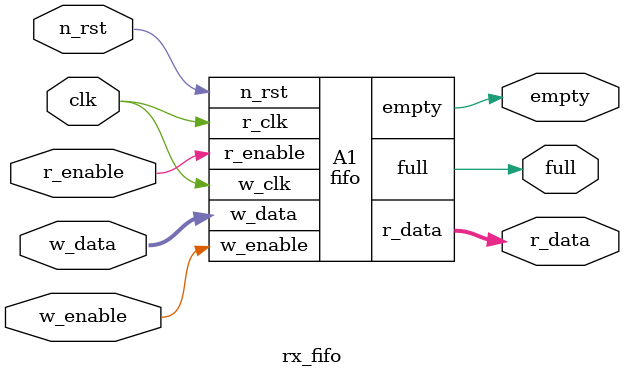
<source format=v>


module fiforam ( wclk, wenable, waddr, raddr, wdata, rdata );
  input [2:0] waddr;
  input [2:0] raddr;
  input [7:0] wdata;
  output [7:0] rdata;
  input wclk, wenable;
  wire   N10, N11, N12, N13, N14, N15, \fiforeg[0][7] , \fiforeg[0][6] ,
         \fiforeg[0][5] , \fiforeg[0][4] , \fiforeg[0][3] , \fiforeg[0][2] ,
         \fiforeg[0][1] , \fiforeg[0][0] , \fiforeg[1][7] , \fiforeg[1][6] ,
         \fiforeg[1][5] , \fiforeg[1][4] , \fiforeg[1][3] , \fiforeg[1][2] ,
         \fiforeg[1][1] , \fiforeg[1][0] , \fiforeg[2][7] , \fiforeg[2][6] ,
         \fiforeg[2][5] , \fiforeg[2][4] , \fiforeg[2][3] , \fiforeg[2][2] ,
         \fiforeg[2][1] , \fiforeg[2][0] , \fiforeg[3][7] , \fiforeg[3][6] ,
         \fiforeg[3][5] , \fiforeg[3][4] , \fiforeg[3][3] , \fiforeg[3][2] ,
         \fiforeg[3][1] , \fiforeg[3][0] , \fiforeg[4][7] , \fiforeg[4][6] ,
         \fiforeg[4][5] , \fiforeg[4][4] , \fiforeg[4][3] , \fiforeg[4][2] ,
         \fiforeg[4][1] , \fiforeg[4][0] , \fiforeg[5][7] , \fiforeg[5][6] ,
         \fiforeg[5][5] , \fiforeg[5][4] , \fiforeg[5][3] , \fiforeg[5][2] ,
         \fiforeg[5][1] , \fiforeg[5][0] , \fiforeg[6][7] , \fiforeg[6][6] ,
         \fiforeg[6][5] , \fiforeg[6][4] , \fiforeg[6][3] , \fiforeg[6][2] ,
         \fiforeg[6][1] , \fiforeg[6][0] , \fiforeg[7][7] , \fiforeg[7][6] ,
         \fiforeg[7][5] , \fiforeg[7][4] , \fiforeg[7][3] , \fiforeg[7][2] ,
         \fiforeg[7][1] , \fiforeg[7][0] , N17, N18, N19, N20, N21, N22, N23,
         N24, n89, n90, n91, n92, n93, n94, n95, n96, n97, n98, n99, n100,
         n101, n102, n103, n104, n105, n106, n107, n108, n109, n110, n111,
         n112, n113, n114, n115, n116, n117, n118, n119, n120, n121, n122,
         n123, n124, n125, n126, n127, n128, n129, n130, n131, n132, n133,
         n134, n135, n136, n137, n138, n139, n140, n141, n142, n143, n144,
         n145, n146, n147, n148, n149, n150, n151, n152, n1, n2, n3, n4, n5,
         n6, n7, n8, n9, n10, n11, n12, n13, n14, n15, n16, n17, n18, n19, n20,
         n21, n22, n23, n24, n25, n26, n27, n28, n29, n30, n31, n32, n33, n34,
         n35, n36, n37, n38, n39, n40, n41, n42, n43, n44, n45, n46, n47, n48,
         n49, n50, n51, n52, n53, n54, n55, n56, n57, n58, n59, n60, n61, n62,
         n63, n64, n65, n66, n67, n68, n69, n70, n71, n72, n73, n74, n75, n76,
         n77, n78, n79, n80, n81, n82, n83, n84, n85, n86, n87, n88, n153,
         n154, n155, n156, n157, n158, n159, n160, n161, n162, n163, n164,
         n165, n166, n167, n168, n169, n170, n171, n172, n173, n174, n175,
         n176, n177, n178, n179, n180, n181, n182, n183, n184, n185, n186,
         n187, n188, n189, n190, n191, n192, n193, n194, n195, n196, n197,
         n198, n199, n200, n201, n202, n203, n204, n205, n206, n207, n208,
         n209, n210, n211, n212, n213, n214, n215, n216, n217, n218, n219,
         n220, n221, n222, n223, n224, n225, n226, n227, n228, n229, n230,
         n231, n232, n233, n234, n235, n236, n237, n238, n239, n240, n241,
         n242, n243, n244, n245, n246, n247, n248, n249, n250, n251, n252,
         n253, n254, n255, n256, n257, n258, n259, n260, n261, n262;
  assign N10 = raddr[0];
  assign N11 = raddr[1];
  assign N12 = raddr[2];
  assign N13 = waddr[0];
  assign N14 = waddr[1];
  assign N15 = waddr[2];

  DFFPOSX1 \fiforeg_reg[0][7]  ( .D(n152), .CLK(wclk), .Q(\fiforeg[0][7] ) );
  DFFPOSX1 \fiforeg_reg[0][6]  ( .D(n151), .CLK(wclk), .Q(\fiforeg[0][6] ) );
  DFFPOSX1 \fiforeg_reg[0][5]  ( .D(n150), .CLK(wclk), .Q(\fiforeg[0][5] ) );
  DFFPOSX1 \fiforeg_reg[0][4]  ( .D(n149), .CLK(wclk), .Q(\fiforeg[0][4] ) );
  DFFPOSX1 \fiforeg_reg[0][3]  ( .D(n148), .CLK(wclk), .Q(\fiforeg[0][3] ) );
  DFFPOSX1 \fiforeg_reg[0][2]  ( .D(n147), .CLK(wclk), .Q(\fiforeg[0][2] ) );
  DFFPOSX1 \fiforeg_reg[0][1]  ( .D(n146), .CLK(wclk), .Q(\fiforeg[0][1] ) );
  DFFPOSX1 \fiforeg_reg[0][0]  ( .D(n145), .CLK(wclk), .Q(\fiforeg[0][0] ) );
  DFFPOSX1 \fiforeg_reg[1][7]  ( .D(n144), .CLK(wclk), .Q(\fiforeg[1][7] ) );
  DFFPOSX1 \fiforeg_reg[1][6]  ( .D(n143), .CLK(wclk), .Q(\fiforeg[1][6] ) );
  DFFPOSX1 \fiforeg_reg[1][5]  ( .D(n142), .CLK(wclk), .Q(\fiforeg[1][5] ) );
  DFFPOSX1 \fiforeg_reg[1][4]  ( .D(n141), .CLK(wclk), .Q(\fiforeg[1][4] ) );
  DFFPOSX1 \fiforeg_reg[1][3]  ( .D(n140), .CLK(wclk), .Q(\fiforeg[1][3] ) );
  DFFPOSX1 \fiforeg_reg[1][2]  ( .D(n139), .CLK(wclk), .Q(\fiforeg[1][2] ) );
  DFFPOSX1 \fiforeg_reg[1][1]  ( .D(n138), .CLK(wclk), .Q(\fiforeg[1][1] ) );
  DFFPOSX1 \fiforeg_reg[1][0]  ( .D(n137), .CLK(wclk), .Q(\fiforeg[1][0] ) );
  DFFPOSX1 \fiforeg_reg[2][7]  ( .D(n136), .CLK(wclk), .Q(\fiforeg[2][7] ) );
  DFFPOSX1 \fiforeg_reg[2][6]  ( .D(n135), .CLK(wclk), .Q(\fiforeg[2][6] ) );
  DFFPOSX1 \fiforeg_reg[2][5]  ( .D(n134), .CLK(wclk), .Q(\fiforeg[2][5] ) );
  DFFPOSX1 \fiforeg_reg[2][4]  ( .D(n133), .CLK(wclk), .Q(\fiforeg[2][4] ) );
  DFFPOSX1 \fiforeg_reg[2][3]  ( .D(n132), .CLK(wclk), .Q(\fiforeg[2][3] ) );
  DFFPOSX1 \fiforeg_reg[2][2]  ( .D(n131), .CLK(wclk), .Q(\fiforeg[2][2] ) );
  DFFPOSX1 \fiforeg_reg[2][1]  ( .D(n130), .CLK(wclk), .Q(\fiforeg[2][1] ) );
  DFFPOSX1 \fiforeg_reg[2][0]  ( .D(n129), .CLK(wclk), .Q(\fiforeg[2][0] ) );
  DFFPOSX1 \fiforeg_reg[3][7]  ( .D(n128), .CLK(wclk), .Q(\fiforeg[3][7] ) );
  DFFPOSX1 \fiforeg_reg[3][6]  ( .D(n127), .CLK(wclk), .Q(\fiforeg[3][6] ) );
  DFFPOSX1 \fiforeg_reg[3][5]  ( .D(n126), .CLK(wclk), .Q(\fiforeg[3][5] ) );
  DFFPOSX1 \fiforeg_reg[3][4]  ( .D(n125), .CLK(wclk), .Q(\fiforeg[3][4] ) );
  DFFPOSX1 \fiforeg_reg[3][3]  ( .D(n124), .CLK(wclk), .Q(\fiforeg[3][3] ) );
  DFFPOSX1 \fiforeg_reg[3][2]  ( .D(n123), .CLK(wclk), .Q(\fiforeg[3][2] ) );
  DFFPOSX1 \fiforeg_reg[3][1]  ( .D(n122), .CLK(wclk), .Q(\fiforeg[3][1] ) );
  DFFPOSX1 \fiforeg_reg[3][0]  ( .D(n121), .CLK(wclk), .Q(\fiforeg[3][0] ) );
  DFFPOSX1 \fiforeg_reg[4][7]  ( .D(n120), .CLK(wclk), .Q(\fiforeg[4][7] ) );
  DFFPOSX1 \fiforeg_reg[4][6]  ( .D(n119), .CLK(wclk), .Q(\fiforeg[4][6] ) );
  DFFPOSX1 \fiforeg_reg[4][5]  ( .D(n118), .CLK(wclk), .Q(\fiforeg[4][5] ) );
  DFFPOSX1 \fiforeg_reg[4][4]  ( .D(n117), .CLK(wclk), .Q(\fiforeg[4][4] ) );
  DFFPOSX1 \fiforeg_reg[4][3]  ( .D(n116), .CLK(wclk), .Q(\fiforeg[4][3] ) );
  DFFPOSX1 \fiforeg_reg[4][2]  ( .D(n115), .CLK(wclk), .Q(\fiforeg[4][2] ) );
  DFFPOSX1 \fiforeg_reg[4][1]  ( .D(n114), .CLK(wclk), .Q(\fiforeg[4][1] ) );
  DFFPOSX1 \fiforeg_reg[4][0]  ( .D(n113), .CLK(wclk), .Q(\fiforeg[4][0] ) );
  DFFPOSX1 \fiforeg_reg[5][7]  ( .D(n112), .CLK(wclk), .Q(\fiforeg[5][7] ) );
  DFFPOSX1 \fiforeg_reg[5][6]  ( .D(n111), .CLK(wclk), .Q(\fiforeg[5][6] ) );
  DFFPOSX1 \fiforeg_reg[5][5]  ( .D(n110), .CLK(wclk), .Q(\fiforeg[5][5] ) );
  DFFPOSX1 \fiforeg_reg[5][4]  ( .D(n109), .CLK(wclk), .Q(\fiforeg[5][4] ) );
  DFFPOSX1 \fiforeg_reg[5][3]  ( .D(n108), .CLK(wclk), .Q(\fiforeg[5][3] ) );
  DFFPOSX1 \fiforeg_reg[5][2]  ( .D(n107), .CLK(wclk), .Q(\fiforeg[5][2] ) );
  DFFPOSX1 \fiforeg_reg[5][1]  ( .D(n106), .CLK(wclk), .Q(\fiforeg[5][1] ) );
  DFFPOSX1 \fiforeg_reg[5][0]  ( .D(n105), .CLK(wclk), .Q(\fiforeg[5][0] ) );
  DFFPOSX1 \fiforeg_reg[6][7]  ( .D(n104), .CLK(wclk), .Q(\fiforeg[6][7] ) );
  DFFPOSX1 \fiforeg_reg[6][6]  ( .D(n103), .CLK(wclk), .Q(\fiforeg[6][6] ) );
  DFFPOSX1 \fiforeg_reg[6][5]  ( .D(n102), .CLK(wclk), .Q(\fiforeg[6][5] ) );
  DFFPOSX1 \fiforeg_reg[6][4]  ( .D(n101), .CLK(wclk), .Q(\fiforeg[6][4] ) );
  DFFPOSX1 \fiforeg_reg[6][3]  ( .D(n100), .CLK(wclk), .Q(\fiforeg[6][3] ) );
  DFFPOSX1 \fiforeg_reg[6][2]  ( .D(n99), .CLK(wclk), .Q(\fiforeg[6][2] ) );
  DFFPOSX1 \fiforeg_reg[6][1]  ( .D(n98), .CLK(wclk), .Q(\fiforeg[6][1] ) );
  DFFPOSX1 \fiforeg_reg[6][0]  ( .D(n97), .CLK(wclk), .Q(\fiforeg[6][0] ) );
  DFFPOSX1 \fiforeg_reg[7][7]  ( .D(n96), .CLK(wclk), .Q(\fiforeg[7][7] ) );
  DFFPOSX1 \fiforeg_reg[7][6]  ( .D(n95), .CLK(wclk), .Q(\fiforeg[7][6] ) );
  DFFPOSX1 \fiforeg_reg[7][5]  ( .D(n94), .CLK(wclk), .Q(\fiforeg[7][5] ) );
  DFFPOSX1 \fiforeg_reg[7][4]  ( .D(n93), .CLK(wclk), .Q(\fiforeg[7][4] ) );
  DFFPOSX1 \fiforeg_reg[7][3]  ( .D(n92), .CLK(wclk), .Q(\fiforeg[7][3] ) );
  DFFPOSX1 \fiforeg_reg[7][2]  ( .D(n91), .CLK(wclk), .Q(\fiforeg[7][2] ) );
  DFFPOSX1 \fiforeg_reg[7][1]  ( .D(n90), .CLK(wclk), .Q(\fiforeg[7][1] ) );
  DFFPOSX1 \fiforeg_reg[7][0]  ( .D(n89), .CLK(wclk), .Q(\fiforeg[7][0] ) );
  BUFX2 U2 ( .A(n56), .Y(n1) );
  BUFX2 U3 ( .A(n175), .Y(n2) );
  BUFX2 U4 ( .A(n53), .Y(n3) );
  BUFX2 U5 ( .A(n172), .Y(n4) );
  BUFX2 U6 ( .A(n54), .Y(n5) );
  BUFX2 U7 ( .A(n173), .Y(n6) );
  BUFX2 U8 ( .A(n55), .Y(n7) );
  BUFX2 U9 ( .A(n174), .Y(n8) );
  NOR2X1 U10 ( .A(n63), .B(N11), .Y(n54) );
  NOR2X1 U11 ( .A(n63), .B(n62), .Y(n53) );
  AOI22X1 U12 ( .A(\fiforeg[4][0] ), .B(n5), .C(\fiforeg[6][0] ), .D(n3), .Y(
        n10) );
  NOR2X1 U13 ( .A(N11), .B(N12), .Y(n56) );
  NOR2X1 U14 ( .A(n62), .B(N12), .Y(n55) );
  AOI22X1 U15 ( .A(\fiforeg[0][0] ), .B(n1), .C(\fiforeg[2][0] ), .D(n7), .Y(
        n9) );
  AOI21X1 U16 ( .A(n10), .B(n9), .C(N10), .Y(n14) );
  AOI22X1 U17 ( .A(\fiforeg[5][0] ), .B(n5), .C(\fiforeg[7][0] ), .D(n3), .Y(
        n12) );
  AOI22X1 U18 ( .A(\fiforeg[1][0] ), .B(n1), .C(\fiforeg[3][0] ), .D(n7), .Y(
        n11) );
  AOI21X1 U19 ( .A(n12), .B(n11), .C(n61), .Y(n13) );
  OR2X1 U20 ( .A(n14), .B(n13), .Y(rdata[0]) );
  AOI22X1 U21 ( .A(\fiforeg[4][1] ), .B(n5), .C(\fiforeg[6][1] ), .D(n3), .Y(
        n16) );
  AOI22X1 U22 ( .A(\fiforeg[0][1] ), .B(n1), .C(\fiforeg[2][1] ), .D(n7), .Y(
        n15) );
  AOI21X1 U23 ( .A(n16), .B(n15), .C(N10), .Y(n20) );
  AOI22X1 U24 ( .A(\fiforeg[5][1] ), .B(n5), .C(\fiforeg[7][1] ), .D(n3), .Y(
        n18) );
  AOI22X1 U25 ( .A(\fiforeg[1][1] ), .B(n1), .C(\fiforeg[3][1] ), .D(n7), .Y(
        n17) );
  AOI21X1 U26 ( .A(n18), .B(n17), .C(n61), .Y(n19) );
  OR2X1 U27 ( .A(n20), .B(n19), .Y(rdata[1]) );
  AOI22X1 U28 ( .A(\fiforeg[4][2] ), .B(n5), .C(\fiforeg[6][2] ), .D(n3), .Y(
        n22) );
  AOI22X1 U29 ( .A(\fiforeg[0][2] ), .B(n1), .C(\fiforeg[2][2] ), .D(n7), .Y(
        n21) );
  AOI21X1 U30 ( .A(n22), .B(n21), .C(N10), .Y(n26) );
  AOI22X1 U31 ( .A(\fiforeg[5][2] ), .B(n5), .C(\fiforeg[7][2] ), .D(n3), .Y(
        n24) );
  AOI22X1 U32 ( .A(\fiforeg[1][2] ), .B(n1), .C(\fiforeg[3][2] ), .D(n7), .Y(
        n23) );
  AOI21X1 U33 ( .A(n24), .B(n23), .C(n61), .Y(n25) );
  OR2X1 U34 ( .A(n26), .B(n25), .Y(rdata[2]) );
  AOI22X1 U35 ( .A(\fiforeg[4][3] ), .B(n5), .C(\fiforeg[6][3] ), .D(n3), .Y(
        n28) );
  AOI22X1 U36 ( .A(\fiforeg[0][3] ), .B(n1), .C(\fiforeg[2][3] ), .D(n7), .Y(
        n27) );
  AOI21X1 U37 ( .A(n28), .B(n27), .C(N10), .Y(n32) );
  AOI22X1 U38 ( .A(\fiforeg[5][3] ), .B(n5), .C(\fiforeg[7][3] ), .D(n3), .Y(
        n30) );
  AOI22X1 U39 ( .A(\fiforeg[1][3] ), .B(n1), .C(\fiforeg[3][3] ), .D(n7), .Y(
        n29) );
  AOI21X1 U40 ( .A(n30), .B(n29), .C(n61), .Y(n31) );
  OR2X1 U41 ( .A(n32), .B(n31), .Y(rdata[3]) );
  AOI22X1 U42 ( .A(\fiforeg[4][4] ), .B(n5), .C(\fiforeg[6][4] ), .D(n3), .Y(
        n34) );
  AOI22X1 U43 ( .A(\fiforeg[0][4] ), .B(n1), .C(\fiforeg[2][4] ), .D(n7), .Y(
        n33) );
  AOI21X1 U44 ( .A(n34), .B(n33), .C(N10), .Y(n38) );
  AOI22X1 U45 ( .A(\fiforeg[5][4] ), .B(n5), .C(\fiforeg[7][4] ), .D(n3), .Y(
        n36) );
  AOI22X1 U46 ( .A(\fiforeg[1][4] ), .B(n1), .C(\fiforeg[3][4] ), .D(n7), .Y(
        n35) );
  AOI21X1 U47 ( .A(n36), .B(n35), .C(n61), .Y(n37) );
  OR2X1 U48 ( .A(n38), .B(n37), .Y(rdata[4]) );
  AOI22X1 U49 ( .A(\fiforeg[4][5] ), .B(n5), .C(\fiforeg[6][5] ), .D(n3), .Y(
        n40) );
  AOI22X1 U50 ( .A(\fiforeg[0][5] ), .B(n1), .C(\fiforeg[2][5] ), .D(n7), .Y(
        n39) );
  AOI21X1 U51 ( .A(n40), .B(n39), .C(N10), .Y(n44) );
  AOI22X1 U52 ( .A(\fiforeg[5][5] ), .B(n5), .C(\fiforeg[7][5] ), .D(n3), .Y(
        n42) );
  AOI22X1 U53 ( .A(\fiforeg[1][5] ), .B(n1), .C(\fiforeg[3][5] ), .D(n7), .Y(
        n41) );
  AOI21X1 U54 ( .A(n42), .B(n41), .C(n61), .Y(n43) );
  OR2X1 U55 ( .A(n44), .B(n43), .Y(rdata[5]) );
  AOI22X1 U56 ( .A(\fiforeg[4][6] ), .B(n5), .C(\fiforeg[6][6] ), .D(n3), .Y(
        n46) );
  AOI22X1 U57 ( .A(\fiforeg[0][6] ), .B(n1), .C(\fiforeg[2][6] ), .D(n7), .Y(
        n45) );
  AOI21X1 U58 ( .A(n46), .B(n45), .C(N10), .Y(n50) );
  AOI22X1 U59 ( .A(\fiforeg[5][6] ), .B(n5), .C(\fiforeg[7][6] ), .D(n3), .Y(
        n48) );
  AOI22X1 U60 ( .A(\fiforeg[1][6] ), .B(n1), .C(\fiforeg[3][6] ), .D(n7), .Y(
        n47) );
  AOI21X1 U61 ( .A(n48), .B(n47), .C(n61), .Y(n49) );
  OR2X1 U62 ( .A(n50), .B(n49), .Y(rdata[6]) );
  AOI22X1 U63 ( .A(\fiforeg[4][7] ), .B(n5), .C(\fiforeg[6][7] ), .D(n3), .Y(
        n52) );
  AOI22X1 U64 ( .A(\fiforeg[0][7] ), .B(n1), .C(\fiforeg[2][7] ), .D(n7), .Y(
        n51) );
  AOI21X1 U65 ( .A(n52), .B(n51), .C(N10), .Y(n60) );
  AOI22X1 U66 ( .A(\fiforeg[5][7] ), .B(n5), .C(\fiforeg[7][7] ), .D(n3), .Y(
        n58) );
  AOI22X1 U67 ( .A(\fiforeg[1][7] ), .B(n1), .C(\fiforeg[3][7] ), .D(n7), .Y(
        n57) );
  AOI21X1 U68 ( .A(n58), .B(n57), .C(n61), .Y(n59) );
  OR2X1 U69 ( .A(n60), .B(n59), .Y(rdata[7]) );
  INVX2 U70 ( .A(N10), .Y(n61) );
  INVX2 U71 ( .A(N11), .Y(n62) );
  INVX2 U72 ( .A(N12), .Y(n63) );
  NOR2X1 U73 ( .A(n211), .B(N14), .Y(n173) );
  NOR2X1 U74 ( .A(n211), .B(n180), .Y(n172) );
  AOI22X1 U75 ( .A(\fiforeg[4][0] ), .B(n6), .C(\fiforeg[6][0] ), .D(n4), .Y(
        n65) );
  NOR2X1 U76 ( .A(N14), .B(N15), .Y(n175) );
  NOR2X1 U77 ( .A(n180), .B(N15), .Y(n174) );
  AOI22X1 U78 ( .A(\fiforeg[0][0] ), .B(n2), .C(\fiforeg[2][0] ), .D(n8), .Y(
        n64) );
  AOI21X1 U79 ( .A(n65), .B(n64), .C(N13), .Y(n69) );
  AOI22X1 U80 ( .A(\fiforeg[5][0] ), .B(n6), .C(\fiforeg[7][0] ), .D(n4), .Y(
        n67) );
  AOI22X1 U81 ( .A(\fiforeg[1][0] ), .B(n2), .C(\fiforeg[3][0] ), .D(n8), .Y(
        n66) );
  AOI21X1 U82 ( .A(n67), .B(n66), .C(n212), .Y(n68) );
  OR2X1 U83 ( .A(n69), .B(n68), .Y(N24) );
  AOI22X1 U84 ( .A(\fiforeg[4][1] ), .B(n6), .C(\fiforeg[6][1] ), .D(n4), .Y(
        n71) );
  AOI22X1 U85 ( .A(\fiforeg[0][1] ), .B(n2), .C(\fiforeg[2][1] ), .D(n8), .Y(
        n70) );
  AOI21X1 U86 ( .A(n71), .B(n70), .C(N13), .Y(n75) );
  AOI22X1 U87 ( .A(\fiforeg[5][1] ), .B(n6), .C(\fiforeg[7][1] ), .D(n4), .Y(
        n73) );
  AOI22X1 U88 ( .A(\fiforeg[1][1] ), .B(n2), .C(\fiforeg[3][1] ), .D(n8), .Y(
        n72) );
  AOI21X1 U89 ( .A(n73), .B(n72), .C(n212), .Y(n74) );
  OR2X1 U90 ( .A(n75), .B(n74), .Y(N23) );
  AOI22X1 U91 ( .A(\fiforeg[4][2] ), .B(n6), .C(\fiforeg[6][2] ), .D(n4), .Y(
        n77) );
  AOI22X1 U92 ( .A(\fiforeg[0][2] ), .B(n2), .C(\fiforeg[2][2] ), .D(n8), .Y(
        n76) );
  AOI21X1 U93 ( .A(n77), .B(n76), .C(N13), .Y(n81) );
  AOI22X1 U94 ( .A(\fiforeg[5][2] ), .B(n6), .C(\fiforeg[7][2] ), .D(n4), .Y(
        n79) );
  AOI22X1 U95 ( .A(\fiforeg[1][2] ), .B(n2), .C(\fiforeg[3][2] ), .D(n8), .Y(
        n78) );
  AOI21X1 U96 ( .A(n79), .B(n78), .C(n212), .Y(n80) );
  OR2X1 U97 ( .A(n81), .B(n80), .Y(N22) );
  AOI22X1 U98 ( .A(\fiforeg[4][3] ), .B(n6), .C(\fiforeg[6][3] ), .D(n4), .Y(
        n83) );
  AOI22X1 U99 ( .A(\fiforeg[0][3] ), .B(n2), .C(\fiforeg[2][3] ), .D(n8), .Y(
        n82) );
  AOI21X1 U100 ( .A(n83), .B(n82), .C(N13), .Y(n87) );
  AOI22X1 U101 ( .A(\fiforeg[5][3] ), .B(n6), .C(\fiforeg[7][3] ), .D(n4), .Y(
        n85) );
  AOI22X1 U102 ( .A(\fiforeg[1][3] ), .B(n2), .C(\fiforeg[3][3] ), .D(n8), .Y(
        n84) );
  AOI21X1 U103 ( .A(n85), .B(n84), .C(n212), .Y(n86) );
  OR2X1 U104 ( .A(n87), .B(n86), .Y(N21) );
  AOI22X1 U105 ( .A(\fiforeg[4][4] ), .B(n6), .C(\fiforeg[6][4] ), .D(n4), .Y(
        n153) );
  AOI22X1 U106 ( .A(\fiforeg[0][4] ), .B(n2), .C(\fiforeg[2][4] ), .D(n8), .Y(
        n88) );
  AOI21X1 U107 ( .A(n153), .B(n88), .C(N13), .Y(n157) );
  AOI22X1 U108 ( .A(\fiforeg[5][4] ), .B(n6), .C(\fiforeg[7][4] ), .D(n4), .Y(
        n155) );
  AOI22X1 U109 ( .A(\fiforeg[1][4] ), .B(n2), .C(\fiforeg[3][4] ), .D(n8), .Y(
        n154) );
  AOI21X1 U110 ( .A(n155), .B(n154), .C(n212), .Y(n156) );
  OR2X1 U111 ( .A(n157), .B(n156), .Y(N20) );
  AOI22X1 U112 ( .A(\fiforeg[4][5] ), .B(n6), .C(\fiforeg[6][5] ), .D(n4), .Y(
        n159) );
  AOI22X1 U113 ( .A(\fiforeg[0][5] ), .B(n2), .C(\fiforeg[2][5] ), .D(n8), .Y(
        n158) );
  AOI21X1 U114 ( .A(n159), .B(n158), .C(N13), .Y(n163) );
  AOI22X1 U115 ( .A(\fiforeg[5][5] ), .B(n6), .C(\fiforeg[7][5] ), .D(n4), .Y(
        n161) );
  AOI22X1 U116 ( .A(\fiforeg[1][5] ), .B(n2), .C(\fiforeg[3][5] ), .D(n8), .Y(
        n160) );
  AOI21X1 U117 ( .A(n161), .B(n160), .C(n212), .Y(n162) );
  OR2X1 U118 ( .A(n163), .B(n162), .Y(N19) );
  AOI22X1 U119 ( .A(\fiforeg[4][6] ), .B(n6), .C(\fiforeg[6][6] ), .D(n4), .Y(
        n165) );
  AOI22X1 U120 ( .A(\fiforeg[0][6] ), .B(n2), .C(\fiforeg[2][6] ), .D(n8), .Y(
        n164) );
  AOI21X1 U121 ( .A(n165), .B(n164), .C(N13), .Y(n169) );
  AOI22X1 U122 ( .A(\fiforeg[5][6] ), .B(n6), .C(\fiforeg[7][6] ), .D(n4), .Y(
        n167) );
  AOI22X1 U123 ( .A(\fiforeg[1][6] ), .B(n2), .C(\fiforeg[3][6] ), .D(n8), .Y(
        n166) );
  AOI21X1 U124 ( .A(n167), .B(n166), .C(n212), .Y(n168) );
  OR2X1 U125 ( .A(n169), .B(n168), .Y(N18) );
  AOI22X1 U126 ( .A(\fiforeg[4][7] ), .B(n6), .C(\fiforeg[6][7] ), .D(n4), .Y(
        n171) );
  AOI22X1 U127 ( .A(\fiforeg[0][7] ), .B(n2), .C(\fiforeg[2][7] ), .D(n8), .Y(
        n170) );
  AOI21X1 U128 ( .A(n171), .B(n170), .C(N13), .Y(n179) );
  AOI22X1 U129 ( .A(\fiforeg[5][7] ), .B(n6), .C(\fiforeg[7][7] ), .D(n4), .Y(
        n177) );
  AOI22X1 U130 ( .A(\fiforeg[1][7] ), .B(n2), .C(\fiforeg[3][7] ), .D(n8), .Y(
        n176) );
  AOI21X1 U131 ( .A(n177), .B(n176), .C(n212), .Y(n178) );
  OR2X1 U132 ( .A(n179), .B(n178), .Y(N17) );
  INVX2 U133 ( .A(N14), .Y(n180) );
  MUX2X1 U134 ( .B(n181), .A(n182), .S(n183), .Y(n99) );
  INVX1 U135 ( .A(\fiforeg[6][2] ), .Y(n182) );
  MUX2X1 U136 ( .B(n184), .A(n185), .S(n183), .Y(n98) );
  INVX1 U137 ( .A(\fiforeg[6][1] ), .Y(n185) );
  MUX2X1 U138 ( .B(n186), .A(n187), .S(n183), .Y(n97) );
  INVX1 U139 ( .A(\fiforeg[6][0] ), .Y(n187) );
  MUX2X1 U140 ( .B(n188), .A(n189), .S(n190), .Y(n96) );
  INVX1 U141 ( .A(\fiforeg[7][7] ), .Y(n189) );
  MUX2X1 U142 ( .B(n191), .A(n192), .S(n190), .Y(n95) );
  INVX1 U143 ( .A(\fiforeg[7][6] ), .Y(n192) );
  MUX2X1 U144 ( .B(n193), .A(n194), .S(n190), .Y(n94) );
  INVX1 U145 ( .A(\fiforeg[7][5] ), .Y(n194) );
  MUX2X1 U146 ( .B(n195), .A(n196), .S(n190), .Y(n93) );
  INVX1 U147 ( .A(\fiforeg[7][4] ), .Y(n196) );
  MUX2X1 U148 ( .B(n197), .A(n198), .S(n190), .Y(n92) );
  INVX1 U149 ( .A(\fiforeg[7][3] ), .Y(n198) );
  MUX2X1 U150 ( .B(n181), .A(n199), .S(n190), .Y(n91) );
  INVX1 U151 ( .A(\fiforeg[7][2] ), .Y(n199) );
  MUX2X1 U152 ( .B(n184), .A(n200), .S(n190), .Y(n90) );
  INVX1 U153 ( .A(\fiforeg[7][1] ), .Y(n200) );
  MUX2X1 U154 ( .B(n186), .A(n201), .S(n190), .Y(n89) );
  NAND3X1 U155 ( .A(N15), .B(N14), .C(N13), .Y(n190) );
  INVX1 U156 ( .A(\fiforeg[7][0] ), .Y(n201) );
  MUX2X1 U157 ( .B(n188), .A(n202), .S(n203), .Y(n152) );
  INVX1 U158 ( .A(\fiforeg[0][7] ), .Y(n202) );
  MUX2X1 U159 ( .B(n191), .A(n204), .S(n203), .Y(n151) );
  INVX1 U160 ( .A(\fiforeg[0][6] ), .Y(n204) );
  MUX2X1 U161 ( .B(n193), .A(n205), .S(n203), .Y(n150) );
  INVX1 U162 ( .A(\fiforeg[0][5] ), .Y(n205) );
  MUX2X1 U163 ( .B(n195), .A(n206), .S(n203), .Y(n149) );
  INVX1 U164 ( .A(\fiforeg[0][4] ), .Y(n206) );
  MUX2X1 U165 ( .B(n197), .A(n207), .S(n203), .Y(n148) );
  INVX1 U166 ( .A(\fiforeg[0][3] ), .Y(n207) );
  MUX2X1 U167 ( .B(n181), .A(n208), .S(n203), .Y(n147) );
  INVX1 U168 ( .A(\fiforeg[0][2] ), .Y(n208) );
  MUX2X1 U169 ( .B(n184), .A(n209), .S(n203), .Y(n146) );
  INVX1 U170 ( .A(\fiforeg[0][1] ), .Y(n209) );
  MUX2X1 U171 ( .B(n186), .A(n210), .S(n203), .Y(n145) );
  NAND3X1 U172 ( .A(n180), .B(n211), .C(n212), .Y(n203) );
  INVX1 U173 ( .A(\fiforeg[0][0] ), .Y(n210) );
  MUX2X1 U174 ( .B(n188), .A(n213), .S(n214), .Y(n144) );
  INVX1 U175 ( .A(\fiforeg[1][7] ), .Y(n213) );
  MUX2X1 U176 ( .B(n191), .A(n215), .S(n214), .Y(n143) );
  INVX1 U177 ( .A(\fiforeg[1][6] ), .Y(n215) );
  MUX2X1 U178 ( .B(n193), .A(n216), .S(n214), .Y(n142) );
  INVX1 U179 ( .A(\fiforeg[1][5] ), .Y(n216) );
  MUX2X1 U180 ( .B(n195), .A(n217), .S(n214), .Y(n141) );
  INVX1 U181 ( .A(\fiforeg[1][4] ), .Y(n217) );
  MUX2X1 U182 ( .B(n197), .A(n218), .S(n214), .Y(n140) );
  INVX1 U183 ( .A(\fiforeg[1][3] ), .Y(n218) );
  MUX2X1 U184 ( .B(n181), .A(n219), .S(n214), .Y(n139) );
  INVX1 U185 ( .A(\fiforeg[1][2] ), .Y(n219) );
  MUX2X1 U186 ( .B(n184), .A(n220), .S(n214), .Y(n138) );
  INVX1 U187 ( .A(\fiforeg[1][1] ), .Y(n220) );
  MUX2X1 U188 ( .B(n186), .A(n221), .S(n214), .Y(n137) );
  NAND3X1 U189 ( .A(n180), .B(n211), .C(N13), .Y(n214) );
  INVX1 U190 ( .A(\fiforeg[1][0] ), .Y(n221) );
  MUX2X1 U191 ( .B(n188), .A(n222), .S(n223), .Y(n136) );
  INVX1 U192 ( .A(\fiforeg[2][7] ), .Y(n222) );
  MUX2X1 U193 ( .B(n191), .A(n224), .S(n223), .Y(n135) );
  INVX1 U194 ( .A(\fiforeg[2][6] ), .Y(n224) );
  MUX2X1 U195 ( .B(n193), .A(n225), .S(n223), .Y(n134) );
  INVX1 U196 ( .A(\fiforeg[2][5] ), .Y(n225) );
  MUX2X1 U197 ( .B(n195), .A(n226), .S(n223), .Y(n133) );
  INVX1 U198 ( .A(\fiforeg[2][4] ), .Y(n226) );
  MUX2X1 U199 ( .B(n197), .A(n227), .S(n223), .Y(n132) );
  INVX1 U200 ( .A(\fiforeg[2][3] ), .Y(n227) );
  MUX2X1 U201 ( .B(n181), .A(n228), .S(n223), .Y(n131) );
  INVX1 U202 ( .A(\fiforeg[2][2] ), .Y(n228) );
  MUX2X1 U203 ( .B(n184), .A(n229), .S(n223), .Y(n130) );
  INVX1 U204 ( .A(\fiforeg[2][1] ), .Y(n229) );
  MUX2X1 U205 ( .B(n186), .A(n230), .S(n223), .Y(n129) );
  NAND3X1 U206 ( .A(n212), .B(n211), .C(N14), .Y(n223) );
  INVX1 U207 ( .A(\fiforeg[2][0] ), .Y(n230) );
  MUX2X1 U208 ( .B(n188), .A(n231), .S(n232), .Y(n128) );
  INVX1 U209 ( .A(\fiforeg[3][7] ), .Y(n231) );
  MUX2X1 U210 ( .B(n191), .A(n233), .S(n232), .Y(n127) );
  INVX1 U211 ( .A(\fiforeg[3][6] ), .Y(n233) );
  MUX2X1 U212 ( .B(n193), .A(n234), .S(n232), .Y(n126) );
  INVX1 U213 ( .A(\fiforeg[3][5] ), .Y(n234) );
  MUX2X1 U214 ( .B(n195), .A(n235), .S(n232), .Y(n125) );
  INVX1 U215 ( .A(\fiforeg[3][4] ), .Y(n235) );
  MUX2X1 U216 ( .B(n197), .A(n236), .S(n232), .Y(n124) );
  INVX1 U217 ( .A(\fiforeg[3][3] ), .Y(n236) );
  MUX2X1 U218 ( .B(n181), .A(n237), .S(n232), .Y(n123) );
  INVX1 U219 ( .A(\fiforeg[3][2] ), .Y(n237) );
  MUX2X1 U220 ( .B(n184), .A(n238), .S(n232), .Y(n122) );
  INVX1 U221 ( .A(\fiforeg[3][1] ), .Y(n238) );
  MUX2X1 U222 ( .B(n186), .A(n239), .S(n232), .Y(n121) );
  NAND3X1 U223 ( .A(N14), .B(n211), .C(N13), .Y(n232) );
  INVX1 U224 ( .A(N15), .Y(n211) );
  INVX1 U225 ( .A(\fiforeg[3][0] ), .Y(n239) );
  MUX2X1 U226 ( .B(n188), .A(n240), .S(n241), .Y(n120) );
  INVX1 U227 ( .A(\fiforeg[4][7] ), .Y(n240) );
  MUX2X1 U228 ( .B(n191), .A(n242), .S(n241), .Y(n119) );
  INVX1 U229 ( .A(\fiforeg[4][6] ), .Y(n242) );
  MUX2X1 U230 ( .B(n193), .A(n243), .S(n241), .Y(n118) );
  INVX1 U231 ( .A(\fiforeg[4][5] ), .Y(n243) );
  MUX2X1 U232 ( .B(n195), .A(n244), .S(n241), .Y(n117) );
  INVX1 U233 ( .A(\fiforeg[4][4] ), .Y(n244) );
  MUX2X1 U234 ( .B(n197), .A(n245), .S(n241), .Y(n116) );
  INVX1 U235 ( .A(\fiforeg[4][3] ), .Y(n245) );
  MUX2X1 U236 ( .B(n181), .A(n246), .S(n241), .Y(n115) );
  INVX1 U237 ( .A(\fiforeg[4][2] ), .Y(n246) );
  MUX2X1 U238 ( .B(n184), .A(n247), .S(n241), .Y(n114) );
  INVX1 U239 ( .A(\fiforeg[4][1] ), .Y(n247) );
  MUX2X1 U240 ( .B(n186), .A(n248), .S(n241), .Y(n113) );
  NAND3X1 U241 ( .A(n212), .B(n180), .C(N15), .Y(n241) );
  INVX1 U242 ( .A(\fiforeg[4][0] ), .Y(n248) );
  MUX2X1 U243 ( .B(n188), .A(n249), .S(n250), .Y(n112) );
  INVX1 U244 ( .A(\fiforeg[5][7] ), .Y(n249) );
  MUX2X1 U245 ( .B(n191), .A(n251), .S(n250), .Y(n111) );
  INVX1 U246 ( .A(\fiforeg[5][6] ), .Y(n251) );
  MUX2X1 U247 ( .B(n193), .A(n252), .S(n250), .Y(n110) );
  INVX1 U248 ( .A(\fiforeg[5][5] ), .Y(n252) );
  MUX2X1 U249 ( .B(n195), .A(n253), .S(n250), .Y(n109) );
  INVX1 U250 ( .A(\fiforeg[5][4] ), .Y(n253) );
  MUX2X1 U251 ( .B(n197), .A(n254), .S(n250), .Y(n108) );
  INVX1 U252 ( .A(\fiforeg[5][3] ), .Y(n254) );
  MUX2X1 U253 ( .B(n181), .A(n255), .S(n250), .Y(n107) );
  INVX1 U254 ( .A(\fiforeg[5][2] ), .Y(n255) );
  MUX2X1 U255 ( .B(N22), .A(wdata[2]), .S(wenable), .Y(n181) );
  MUX2X1 U256 ( .B(n184), .A(n256), .S(n250), .Y(n106) );
  INVX1 U257 ( .A(\fiforeg[5][1] ), .Y(n256) );
  MUX2X1 U258 ( .B(N23), .A(wdata[1]), .S(wenable), .Y(n184) );
  MUX2X1 U259 ( .B(n186), .A(n257), .S(n250), .Y(n105) );
  NAND3X1 U260 ( .A(N15), .B(n180), .C(N13), .Y(n250) );
  INVX1 U261 ( .A(\fiforeg[5][0] ), .Y(n257) );
  MUX2X1 U262 ( .B(N24), .A(wdata[0]), .S(wenable), .Y(n186) );
  MUX2X1 U263 ( .B(n188), .A(n258), .S(n183), .Y(n104) );
  INVX1 U264 ( .A(\fiforeg[6][7] ), .Y(n258) );
  MUX2X1 U265 ( .B(N17), .A(wdata[7]), .S(wenable), .Y(n188) );
  MUX2X1 U266 ( .B(n191), .A(n259), .S(n183), .Y(n103) );
  INVX1 U267 ( .A(\fiforeg[6][6] ), .Y(n259) );
  MUX2X1 U268 ( .B(N18), .A(wdata[6]), .S(wenable), .Y(n191) );
  MUX2X1 U269 ( .B(n193), .A(n260), .S(n183), .Y(n102) );
  INVX1 U270 ( .A(\fiforeg[6][5] ), .Y(n260) );
  MUX2X1 U271 ( .B(N19), .A(wdata[5]), .S(wenable), .Y(n193) );
  MUX2X1 U272 ( .B(n195), .A(n261), .S(n183), .Y(n101) );
  INVX1 U273 ( .A(\fiforeg[6][4] ), .Y(n261) );
  MUX2X1 U274 ( .B(N20), .A(wdata[4]), .S(wenable), .Y(n195) );
  MUX2X1 U275 ( .B(n197), .A(n262), .S(n183), .Y(n100) );
  NAND3X1 U276 ( .A(N14), .B(n212), .C(N15), .Y(n183) );
  INVX1 U277 ( .A(N13), .Y(n212) );
  INVX1 U278 ( .A(\fiforeg[6][3] ), .Y(n262) );
  MUX2X1 U279 ( .B(N21), .A(wdata[3]), .S(wenable), .Y(n197) );
endmodule


module write_ptr ( wclk, rst_n, wenable, wptr, wptr_nxt );
  output [3:0] wptr;
  output [3:0] wptr_nxt;
  input wclk, rst_n, wenable;
  wire   n9, n10, n11, n12;
  wire   [2:0] binary_nxt;
  wire   [3:0] binary_r;

  DFFSR \binary_r_reg[0]  ( .D(binary_nxt[0]), .CLK(wclk), .R(rst_n), .S(1'b1), 
        .Q(binary_r[0]) );
  DFFSR \binary_r_reg[1]  ( .D(binary_nxt[1]), .CLK(wclk), .R(rst_n), .S(1'b1), 
        .Q(binary_r[1]) );
  DFFSR \binary_r_reg[2]  ( .D(binary_nxt[2]), .CLK(wclk), .R(rst_n), .S(1'b1), 
        .Q(binary_r[2]) );
  DFFSR \binary_r_reg[3]  ( .D(wptr_nxt[3]), .CLK(wclk), .R(rst_n), .S(1'b1), 
        .Q(binary_r[3]) );
  DFFSR \gray_r_reg[3]  ( .D(wptr_nxt[3]), .CLK(wclk), .R(rst_n), .S(1'b1), 
        .Q(wptr[3]) );
  DFFSR \gray_r_reg[2]  ( .D(wptr_nxt[2]), .CLK(wclk), .R(rst_n), .S(1'b1), 
        .Q(wptr[2]) );
  DFFSR \gray_r_reg[1]  ( .D(wptr_nxt[1]), .CLK(wclk), .R(rst_n), .S(1'b1), 
        .Q(wptr[1]) );
  DFFSR \gray_r_reg[0]  ( .D(wptr_nxt[0]), .CLK(wclk), .R(rst_n), .S(1'b1), 
        .Q(wptr[0]) );
  XOR2X1 U11 ( .A(wptr_nxt[3]), .B(binary_nxt[2]), .Y(wptr_nxt[2]) );
  XNOR2X1 U12 ( .A(n9), .B(binary_r[3]), .Y(wptr_nxt[3]) );
  NAND2X1 U13 ( .A(binary_r[2]), .B(n10), .Y(n9) );
  XOR2X1 U14 ( .A(binary_nxt[2]), .B(binary_nxt[1]), .Y(wptr_nxt[1]) );
  XOR2X1 U15 ( .A(binary_nxt[1]), .B(binary_nxt[0]), .Y(wptr_nxt[0]) );
  XOR2X1 U16 ( .A(n10), .B(binary_r[2]), .Y(binary_nxt[2]) );
  INVX1 U17 ( .A(n11), .Y(n10) );
  NAND3X1 U18 ( .A(binary_r[1]), .B(binary_r[0]), .C(wenable), .Y(n11) );
  XNOR2X1 U19 ( .A(n12), .B(binary_r[1]), .Y(binary_nxt[1]) );
  NAND2X1 U20 ( .A(wenable), .B(binary_r[0]), .Y(n12) );
  XOR2X1 U21 ( .A(binary_r[0]), .B(wenable), .Y(binary_nxt[0]) );
endmodule


module write_fifo_ctrl ( wclk, rst_n, wenable, rptr, wenable_fifo, wptr, waddr, 
        full_flag );
  input [3:0] rptr;
  output [3:0] wptr;
  output [2:0] waddr;
  input wclk, rst_n, wenable;
  output wenable_fifo, full_flag;
  wire   n22, \gray_wptr[2] , N5, n2, n3, n16, n17, n18, n19, n20, n21;
  wire   [3:0] wptr_nxt;
  wire   [3:0] wrptr_r2;
  wire   [3:0] wrptr_r1;

  DFFSR \wrptr_r1_reg[3]  ( .D(rptr[3]), .CLK(wclk), .R(rst_n), .S(1'b1), .Q(
        wrptr_r1[3]) );
  DFFSR \wrptr_r1_reg[2]  ( .D(rptr[2]), .CLK(wclk), .R(rst_n), .S(1'b1), .Q(
        wrptr_r1[2]) );
  DFFSR \wrptr_r1_reg[1]  ( .D(rptr[1]), .CLK(wclk), .R(rst_n), .S(1'b1), .Q(
        wrptr_r1[1]) );
  DFFSR \wrptr_r1_reg[0]  ( .D(rptr[0]), .CLK(wclk), .R(rst_n), .S(1'b1), .Q(
        wrptr_r1[0]) );
  DFFSR \wrptr_r2_reg[3]  ( .D(wrptr_r1[3]), .CLK(wclk), .R(rst_n), .S(1'b1), 
        .Q(wrptr_r2[3]) );
  DFFSR \wrptr_r2_reg[2]  ( .D(wrptr_r1[2]), .CLK(wclk), .R(rst_n), .S(1'b1), 
        .Q(wrptr_r2[2]) );
  DFFSR \wrptr_r2_reg[1]  ( .D(wrptr_r1[1]), .CLK(wclk), .R(rst_n), .S(1'b1), 
        .Q(wrptr_r2[1]) );
  DFFSR \wrptr_r2_reg[0]  ( .D(wrptr_r1[0]), .CLK(wclk), .R(rst_n), .S(1'b1), 
        .Q(wrptr_r2[0]) );
  DFFSR full_flag_r_reg ( .D(N5), .CLK(wclk), .R(rst_n), .S(1'b1), .Q(
        full_flag) );
  DFFSR \waddr_reg[2]  ( .D(\gray_wptr[2] ), .CLK(wclk), .R(rst_n), .S(1'b1), 
        .Q(waddr[2]) );
  DFFSR \waddr_reg[1]  ( .D(wptr_nxt[1]), .CLK(wclk), .R(rst_n), .S(1'b1), .Q(
        waddr[1]) );
  DFFSR \waddr_reg[0]  ( .D(wptr_nxt[0]), .CLK(wclk), .R(rst_n), .S(1'b1), .Q(
        waddr[0]) );
  write_ptr WPU1 ( .wclk(wclk), .rst_n(rst_n), .wenable(wenable_fifo), .wptr(
        wptr), .wptr_nxt(wptr_nxt) );
  BUFX2 U15 ( .A(n22), .Y(wenable_fifo) );
  NOR2X1 U16 ( .A(full_flag), .B(n2), .Y(n22) );
  INVX1 U17 ( .A(wenable), .Y(n2) );
  NOR2X1 U18 ( .A(n3), .B(n16), .Y(N5) );
  NAND2X1 U19 ( .A(n17), .B(n18), .Y(n16) );
  XOR2X1 U20 ( .A(n19), .B(\gray_wptr[2] ), .Y(n18) );
  XOR2X1 U21 ( .A(wptr_nxt[3]), .B(wptr_nxt[2]), .Y(\gray_wptr[2] ) );
  XNOR2X1 U22 ( .A(wrptr_r2[3]), .B(wrptr_r2[2]), .Y(n19) );
  XNOR2X1 U23 ( .A(wrptr_r2[1]), .B(wptr_nxt[1]), .Y(n17) );
  NAND2X1 U24 ( .A(n20), .B(n21), .Y(n3) );
  XOR2X1 U25 ( .A(wrptr_r2[3]), .B(wptr_nxt[3]), .Y(n21) );
  XNOR2X1 U26 ( .A(wrptr_r2[0]), .B(wptr_nxt[0]), .Y(n20) );
endmodule


module read_ptr ( rclk, rst_n, renable, rptr, rptr_nxt );
  output [3:0] rptr;
  output [3:0] rptr_nxt;
  input rclk, rst_n, renable;
  wire   n9, n10, n11, n12;
  wire   [2:0] binary_nxt;
  wire   [3:0] binary_r;

  DFFSR \binary_r_reg[0]  ( .D(binary_nxt[0]), .CLK(rclk), .R(rst_n), .S(1'b1), 
        .Q(binary_r[0]) );
  DFFSR \binary_r_reg[1]  ( .D(binary_nxt[1]), .CLK(rclk), .R(rst_n), .S(1'b1), 
        .Q(binary_r[1]) );
  DFFSR \binary_r_reg[2]  ( .D(binary_nxt[2]), .CLK(rclk), .R(rst_n), .S(1'b1), 
        .Q(binary_r[2]) );
  DFFSR \binary_r_reg[3]  ( .D(rptr_nxt[3]), .CLK(rclk), .R(rst_n), .S(1'b1), 
        .Q(binary_r[3]) );
  DFFSR \gray_r_reg[3]  ( .D(rptr_nxt[3]), .CLK(rclk), .R(rst_n), .S(1'b1), 
        .Q(rptr[3]) );
  DFFSR \gray_r_reg[2]  ( .D(rptr_nxt[2]), .CLK(rclk), .R(rst_n), .S(1'b1), 
        .Q(rptr[2]) );
  DFFSR \gray_r_reg[1]  ( .D(rptr_nxt[1]), .CLK(rclk), .R(rst_n), .S(1'b1), 
        .Q(rptr[1]) );
  DFFSR \gray_r_reg[0]  ( .D(rptr_nxt[0]), .CLK(rclk), .R(rst_n), .S(1'b1), 
        .Q(rptr[0]) );
  XOR2X1 U11 ( .A(rptr_nxt[3]), .B(binary_nxt[2]), .Y(rptr_nxt[2]) );
  XNOR2X1 U12 ( .A(n9), .B(binary_r[3]), .Y(rptr_nxt[3]) );
  NAND2X1 U13 ( .A(binary_r[2]), .B(n10), .Y(n9) );
  XOR2X1 U14 ( .A(binary_nxt[2]), .B(binary_nxt[1]), .Y(rptr_nxt[1]) );
  XOR2X1 U15 ( .A(binary_nxt[1]), .B(binary_nxt[0]), .Y(rptr_nxt[0]) );
  XOR2X1 U16 ( .A(n10), .B(binary_r[2]), .Y(binary_nxt[2]) );
  INVX1 U17 ( .A(n11), .Y(n10) );
  NAND3X1 U18 ( .A(binary_r[1]), .B(binary_r[0]), .C(renable), .Y(n11) );
  XNOR2X1 U19 ( .A(n12), .B(binary_r[1]), .Y(binary_nxt[1]) );
  NAND2X1 U20 ( .A(renable), .B(binary_r[0]), .Y(n12) );
  XOR2X1 U21 ( .A(binary_r[0]), .B(renable), .Y(binary_nxt[0]) );
endmodule


module read_fifo_ctrl ( rclk, rst_n, renable, wptr, rptr, raddr, empty_flag );
  input [3:0] wptr;
  output [3:0] rptr;
  output [2:0] raddr;
  input rclk, rst_n, renable;
  output empty_flag;
  wire   renable_p2, \gray_rptr[2] , N3, n1, n2, n3, n16, n17, n18, n19, n20;
  wire   [3:0] rptr_nxt;
  wire   [3:0] rwptr_r2;
  wire   [3:0] rwptr_r1;

  DFFSR \rwptr_r1_reg[3]  ( .D(wptr[3]), .CLK(rclk), .R(rst_n), .S(1'b1), .Q(
        rwptr_r1[3]) );
  DFFSR \rwptr_r1_reg[2]  ( .D(wptr[2]), .CLK(rclk), .R(rst_n), .S(1'b1), .Q(
        rwptr_r1[2]) );
  DFFSR \rwptr_r1_reg[1]  ( .D(wptr[1]), .CLK(rclk), .R(rst_n), .S(1'b1), .Q(
        rwptr_r1[1]) );
  DFFSR \rwptr_r1_reg[0]  ( .D(wptr[0]), .CLK(rclk), .R(rst_n), .S(1'b1), .Q(
        rwptr_r1[0]) );
  DFFSR \rwptr_r2_reg[3]  ( .D(rwptr_r1[3]), .CLK(rclk), .R(rst_n), .S(1'b1), 
        .Q(rwptr_r2[3]) );
  DFFSR \rwptr_r2_reg[2]  ( .D(rwptr_r1[2]), .CLK(rclk), .R(rst_n), .S(1'b1), 
        .Q(rwptr_r2[2]) );
  DFFSR \rwptr_r2_reg[1]  ( .D(rwptr_r1[1]), .CLK(rclk), .R(rst_n), .S(1'b1), 
        .Q(rwptr_r2[1]) );
  DFFSR \rwptr_r2_reg[0]  ( .D(rwptr_r1[0]), .CLK(rclk), .R(rst_n), .S(1'b1), 
        .Q(rwptr_r2[0]) );
  DFFSR empty_flag_r_reg ( .D(N3), .CLK(rclk), .R(1'b1), .S(rst_n), .Q(
        empty_flag) );
  DFFSR \raddr_reg[2]  ( .D(\gray_rptr[2] ), .CLK(rclk), .R(rst_n), .S(1'b1), 
        .Q(raddr[2]) );
  DFFSR \raddr_reg[1]  ( .D(rptr_nxt[1]), .CLK(rclk), .R(rst_n), .S(1'b1), .Q(
        raddr[1]) );
  DFFSR \raddr_reg[0]  ( .D(rptr_nxt[0]), .CLK(rclk), .R(rst_n), .S(1'b1), .Q(
        raddr[0]) );
  read_ptr RPU1 ( .rclk(rclk), .rst_n(rst_n), .renable(renable_p2), .rptr(rptr), .rptr_nxt(rptr_nxt) );
  NOR2X1 U15 ( .A(empty_flag), .B(n1), .Y(renable_p2) );
  INVX1 U16 ( .A(renable), .Y(n1) );
  NOR2X1 U17 ( .A(n2), .B(n3), .Y(N3) );
  NAND2X1 U18 ( .A(n16), .B(n17), .Y(n3) );
  XOR2X1 U19 ( .A(n18), .B(\gray_rptr[2] ), .Y(n17) );
  XOR2X1 U20 ( .A(rptr_nxt[3]), .B(rptr_nxt[2]), .Y(\gray_rptr[2] ) );
  XNOR2X1 U21 ( .A(rwptr_r2[3]), .B(rwptr_r2[2]), .Y(n18) );
  XNOR2X1 U22 ( .A(rwptr_r2[1]), .B(rptr_nxt[1]), .Y(n16) );
  NAND2X1 U23 ( .A(n19), .B(n20), .Y(n2) );
  XNOR2X1 U24 ( .A(rwptr_r2[0]), .B(rptr_nxt[0]), .Y(n20) );
  XNOR2X1 U25 ( .A(rptr_nxt[3]), .B(rwptr_r2[3]), .Y(n19) );
endmodule


module fifo ( r_clk, w_clk, n_rst, r_enable, w_enable, w_data, r_data, empty, 
        full );
  input [7:0] w_data;
  output [7:0] r_data;
  input r_clk, w_clk, n_rst, r_enable, w_enable;
  output empty, full;
  wire   wenable_fifo;
  wire   [2:0] waddr;
  wire   [2:0] raddr;
  wire   [3:0] rptr;
  wire   [3:0] wptr;

  fiforam UFIFORAM ( .wclk(w_clk), .wenable(wenable_fifo), .waddr(waddr), 
        .raddr(raddr), .wdata(w_data), .rdata(r_data) );
  write_fifo_ctrl UWFC ( .wclk(w_clk), .rst_n(n_rst), .wenable(w_enable), 
        .rptr(rptr), .wenable_fifo(wenable_fifo), .wptr(wptr), .waddr(waddr), 
        .full_flag(full) );
  read_fifo_ctrl URFC ( .rclk(r_clk), .rst_n(n_rst), .renable(r_enable), 
        .wptr(wptr), .rptr(rptr), .raddr(raddr), .empty_flag(empty) );
endmodule


module rx_fifo ( clk, n_rst, r_enable, w_enable, w_data, r_data, empty, full
 );
  input [7:0] w_data;
  output [7:0] r_data;
  input clk, n_rst, r_enable, w_enable;
  output empty, full;


  fifo A1 ( .r_clk(clk), .w_clk(clk), .n_rst(n_rst), .r_enable(r_enable), 
        .w_enable(w_enable), .w_data(w_data), .r_data(r_data), .empty(empty), 
        .full(full) );
endmodule


</source>
